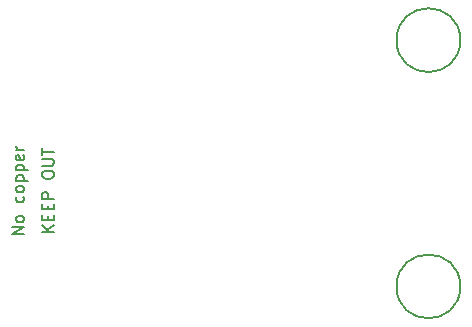
<source format=gbr>
%TF.GenerationSoftware,KiCad,Pcbnew,7.0.10*%
%TF.CreationDate,2024-01-19T02:19:35-05:00*%
%TF.ProjectId,ESP8266_Count2,45535038-3236-4365-9f43-6f756e74322e,v2*%
%TF.SameCoordinates,Original*%
%TF.FileFunction,Other,Comment*%
%FSLAX46Y46*%
G04 Gerber Fmt 4.6, Leading zero omitted, Abs format (unit mm)*
G04 Created by KiCad (PCBNEW 7.0.10) date 2024-01-19 02:19:35*
%MOMM*%
%LPD*%
G01*
G04 APERTURE LIST*
%ADD10C,0.150000*%
G04 APERTURE END LIST*
D10*
X165994819Y-75391190D02*
X164994819Y-75391190D01*
X165994819Y-74819762D02*
X165423390Y-75248333D01*
X164994819Y-74819762D02*
X165566247Y-75391190D01*
X165471009Y-74391190D02*
X165471009Y-74057857D01*
X165994819Y-73915000D02*
X165994819Y-74391190D01*
X165994819Y-74391190D02*
X164994819Y-74391190D01*
X164994819Y-74391190D02*
X164994819Y-73915000D01*
X165471009Y-73486428D02*
X165471009Y-73153095D01*
X165994819Y-73010238D02*
X165994819Y-73486428D01*
X165994819Y-73486428D02*
X164994819Y-73486428D01*
X164994819Y-73486428D02*
X164994819Y-73010238D01*
X165994819Y-72581666D02*
X164994819Y-72581666D01*
X164994819Y-72581666D02*
X164994819Y-72200714D01*
X164994819Y-72200714D02*
X165042438Y-72105476D01*
X165042438Y-72105476D02*
X165090057Y-72057857D01*
X165090057Y-72057857D02*
X165185295Y-72010238D01*
X165185295Y-72010238D02*
X165328152Y-72010238D01*
X165328152Y-72010238D02*
X165423390Y-72057857D01*
X165423390Y-72057857D02*
X165471009Y-72105476D01*
X165471009Y-72105476D02*
X165518628Y-72200714D01*
X165518628Y-72200714D02*
X165518628Y-72581666D01*
X164994819Y-70629285D02*
X164994819Y-70438809D01*
X164994819Y-70438809D02*
X165042438Y-70343571D01*
X165042438Y-70343571D02*
X165137676Y-70248333D01*
X165137676Y-70248333D02*
X165328152Y-70200714D01*
X165328152Y-70200714D02*
X165661485Y-70200714D01*
X165661485Y-70200714D02*
X165851961Y-70248333D01*
X165851961Y-70248333D02*
X165947200Y-70343571D01*
X165947200Y-70343571D02*
X165994819Y-70438809D01*
X165994819Y-70438809D02*
X165994819Y-70629285D01*
X165994819Y-70629285D02*
X165947200Y-70724523D01*
X165947200Y-70724523D02*
X165851961Y-70819761D01*
X165851961Y-70819761D02*
X165661485Y-70867380D01*
X165661485Y-70867380D02*
X165328152Y-70867380D01*
X165328152Y-70867380D02*
X165137676Y-70819761D01*
X165137676Y-70819761D02*
X165042438Y-70724523D01*
X165042438Y-70724523D02*
X164994819Y-70629285D01*
X164994819Y-69772142D02*
X165804342Y-69772142D01*
X165804342Y-69772142D02*
X165899580Y-69724523D01*
X165899580Y-69724523D02*
X165947200Y-69676904D01*
X165947200Y-69676904D02*
X165994819Y-69581666D01*
X165994819Y-69581666D02*
X165994819Y-69391190D01*
X165994819Y-69391190D02*
X165947200Y-69295952D01*
X165947200Y-69295952D02*
X165899580Y-69248333D01*
X165899580Y-69248333D02*
X165804342Y-69200714D01*
X165804342Y-69200714D02*
X164994819Y-69200714D01*
X164994819Y-68867380D02*
X164994819Y-68295952D01*
X165994819Y-68581666D02*
X164994819Y-68581666D01*
X163454819Y-75557857D02*
X162454819Y-75557857D01*
X162454819Y-75557857D02*
X163454819Y-74986429D01*
X163454819Y-74986429D02*
X162454819Y-74986429D01*
X163454819Y-74367381D02*
X163407200Y-74462619D01*
X163407200Y-74462619D02*
X163359580Y-74510238D01*
X163359580Y-74510238D02*
X163264342Y-74557857D01*
X163264342Y-74557857D02*
X162978628Y-74557857D01*
X162978628Y-74557857D02*
X162883390Y-74510238D01*
X162883390Y-74510238D02*
X162835771Y-74462619D01*
X162835771Y-74462619D02*
X162788152Y-74367381D01*
X162788152Y-74367381D02*
X162788152Y-74224524D01*
X162788152Y-74224524D02*
X162835771Y-74129286D01*
X162835771Y-74129286D02*
X162883390Y-74081667D01*
X162883390Y-74081667D02*
X162978628Y-74034048D01*
X162978628Y-74034048D02*
X163264342Y-74034048D01*
X163264342Y-74034048D02*
X163359580Y-74081667D01*
X163359580Y-74081667D02*
X163407200Y-74129286D01*
X163407200Y-74129286D02*
X163454819Y-74224524D01*
X163454819Y-74224524D02*
X163454819Y-74367381D01*
X163407200Y-72415000D02*
X163454819Y-72510238D01*
X163454819Y-72510238D02*
X163454819Y-72700714D01*
X163454819Y-72700714D02*
X163407200Y-72795952D01*
X163407200Y-72795952D02*
X163359580Y-72843571D01*
X163359580Y-72843571D02*
X163264342Y-72891190D01*
X163264342Y-72891190D02*
X162978628Y-72891190D01*
X162978628Y-72891190D02*
X162883390Y-72843571D01*
X162883390Y-72843571D02*
X162835771Y-72795952D01*
X162835771Y-72795952D02*
X162788152Y-72700714D01*
X162788152Y-72700714D02*
X162788152Y-72510238D01*
X162788152Y-72510238D02*
X162835771Y-72415000D01*
X163454819Y-71843571D02*
X163407200Y-71938809D01*
X163407200Y-71938809D02*
X163359580Y-71986428D01*
X163359580Y-71986428D02*
X163264342Y-72034047D01*
X163264342Y-72034047D02*
X162978628Y-72034047D01*
X162978628Y-72034047D02*
X162883390Y-71986428D01*
X162883390Y-71986428D02*
X162835771Y-71938809D01*
X162835771Y-71938809D02*
X162788152Y-71843571D01*
X162788152Y-71843571D02*
X162788152Y-71700714D01*
X162788152Y-71700714D02*
X162835771Y-71605476D01*
X162835771Y-71605476D02*
X162883390Y-71557857D01*
X162883390Y-71557857D02*
X162978628Y-71510238D01*
X162978628Y-71510238D02*
X163264342Y-71510238D01*
X163264342Y-71510238D02*
X163359580Y-71557857D01*
X163359580Y-71557857D02*
X163407200Y-71605476D01*
X163407200Y-71605476D02*
X163454819Y-71700714D01*
X163454819Y-71700714D02*
X163454819Y-71843571D01*
X162788152Y-71081666D02*
X163788152Y-71081666D01*
X162835771Y-71081666D02*
X162788152Y-70986428D01*
X162788152Y-70986428D02*
X162788152Y-70795952D01*
X162788152Y-70795952D02*
X162835771Y-70700714D01*
X162835771Y-70700714D02*
X162883390Y-70653095D01*
X162883390Y-70653095D02*
X162978628Y-70605476D01*
X162978628Y-70605476D02*
X163264342Y-70605476D01*
X163264342Y-70605476D02*
X163359580Y-70653095D01*
X163359580Y-70653095D02*
X163407200Y-70700714D01*
X163407200Y-70700714D02*
X163454819Y-70795952D01*
X163454819Y-70795952D02*
X163454819Y-70986428D01*
X163454819Y-70986428D02*
X163407200Y-71081666D01*
X162788152Y-70176904D02*
X163788152Y-70176904D01*
X162835771Y-70176904D02*
X162788152Y-70081666D01*
X162788152Y-70081666D02*
X162788152Y-69891190D01*
X162788152Y-69891190D02*
X162835771Y-69795952D01*
X162835771Y-69795952D02*
X162883390Y-69748333D01*
X162883390Y-69748333D02*
X162978628Y-69700714D01*
X162978628Y-69700714D02*
X163264342Y-69700714D01*
X163264342Y-69700714D02*
X163359580Y-69748333D01*
X163359580Y-69748333D02*
X163407200Y-69795952D01*
X163407200Y-69795952D02*
X163454819Y-69891190D01*
X163454819Y-69891190D02*
X163454819Y-70081666D01*
X163454819Y-70081666D02*
X163407200Y-70176904D01*
X163407200Y-68891190D02*
X163454819Y-68986428D01*
X163454819Y-68986428D02*
X163454819Y-69176904D01*
X163454819Y-69176904D02*
X163407200Y-69272142D01*
X163407200Y-69272142D02*
X163311961Y-69319761D01*
X163311961Y-69319761D02*
X162931009Y-69319761D01*
X162931009Y-69319761D02*
X162835771Y-69272142D01*
X162835771Y-69272142D02*
X162788152Y-69176904D01*
X162788152Y-69176904D02*
X162788152Y-68986428D01*
X162788152Y-68986428D02*
X162835771Y-68891190D01*
X162835771Y-68891190D02*
X162931009Y-68843571D01*
X162931009Y-68843571D02*
X163026247Y-68843571D01*
X163026247Y-68843571D02*
X163121485Y-69319761D01*
X163454819Y-68414999D02*
X162788152Y-68414999D01*
X162978628Y-68414999D02*
X162883390Y-68367380D01*
X162883390Y-68367380D02*
X162835771Y-68319761D01*
X162835771Y-68319761D02*
X162788152Y-68224523D01*
X162788152Y-68224523D02*
X162788152Y-68129285D01*
%TO.C,H4*%
X200400000Y-80000000D02*
G75*
G03*
X195000000Y-80000000I-2700000J0D01*
G01*
X195000000Y-80000000D02*
G75*
G03*
X200400000Y-80000000I2700000J0D01*
G01*
%TO.C,H1*%
X200400000Y-59150000D02*
G75*
G03*
X195000000Y-59150000I-2700000J0D01*
G01*
X195000000Y-59150000D02*
G75*
G03*
X200400000Y-59150000I2700000J0D01*
G01*
%TD*%
M02*

</source>
